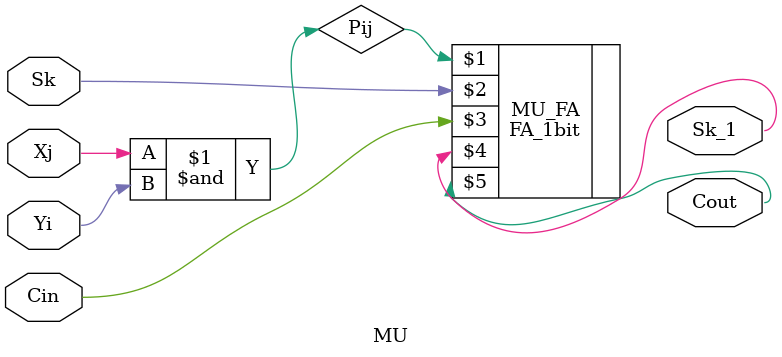
<source format=v>
`timescale 1ns / 1ps


module MU(Xj,Yi,Sk,Cin,Sk_1,Cout);
input Xj,Yi,Cin,Sk;
output Sk_1,Cout;

wire Pij;
and Pij_(Pij,Xj,Yi);

FA_1bit MU_FA(Pij,Sk,Cin,Sk_1,Cout);

endmodule
</source>
